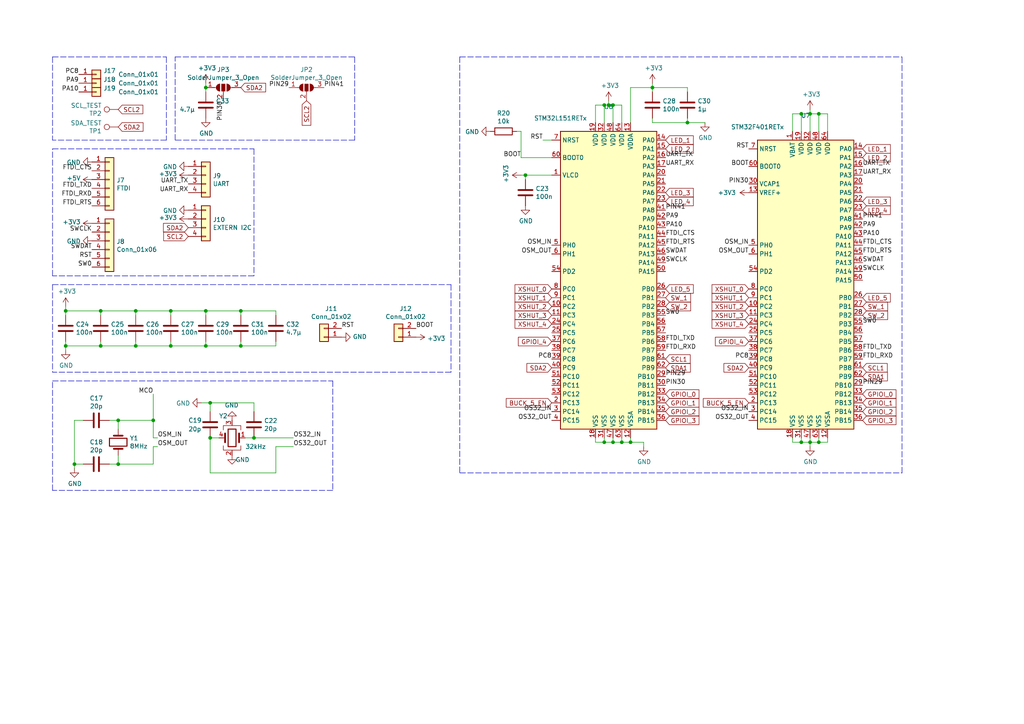
<source format=kicad_sch>
(kicad_sch (version 20211123) (generator eeschema)
  (paper "A4")
  (title_block (title "MCU") (date "2022-03-04") (rev "V0.1") (company "AP Hogeschool & ED&A"))
  (lib_symbols
    (symbol "Connector:TestPoint" (pin_numbers hide) (pin_names (offset 0.762) hide)
      (property "Reference" "TP" (at 0 6.858 0))
      (property "Value" "TestPoint" (at 0 5.08 0))
      (symbol "TestPoint_0_1"
        (circle (center 0 3.302) (radius 0.762))
      )
      (symbol "TestPoint_1_1"
        (pin passive line (at 0 0 90) (length 2.54) (name "1") (number "1"))
      )
    )
    (symbol "Connector_Generic:Conn_01x01" (pin_names (offset 1.016) hide)
      (property "Reference" "J" (at 0 2.54 0))
      (property "Value" "Conn_01x01" (at 0 -2.54 0))
      (symbol "Conn_01x01_1_1"
        (rectangle (start -1.27 0.127) (end 0 -0.127) (stroke (width 0.1524)))
        (rectangle (start -1.27 1.27) (end 1.27 -1.27) (stroke (width 0.254)) (fill (type background)))
        (pin passive line (at -5.08 0 0) (length 3.81) (name "Pin_1") (number "1"))
      )
    )
    (symbol "Connector_Generic:Conn_01x02" (pin_names (offset 1.016) hide)
      (property "Reference" "J" (at 0 2.54 0))
      (property "Value" "Conn_01x02" (at 0 -5.08 0))
      (symbol "Conn_01x02_1_1"
        (rectangle (start -1.27 -2.413) (end 0 -2.667) (stroke (width 0.1524)))
        (rectangle (start -1.27 0.127) (end 0 -0.127) (stroke (width 0.1524)))
        (rectangle (start -1.27 1.27) (end 1.27 -3.81) (stroke (width 0.254)) (fill (type background)))
        (pin passive line (at -5.08 0 0) (length 3.81) (name "Pin_1") (number "1"))
        (pin passive line (at -5.08 -2.54 0) (length 3.81) (name "Pin_2") (number "2"))
      )
    )
    (symbol "Connector_Generic:Conn_01x04" (pin_names (offset 1.016) hide)
      (property "Reference" "J" (at 0 5.08 0))
      (property "Value" "Conn_01x04" (at 0 -7.62 0))
      (symbol "Conn_01x04_1_1"
        (rectangle (start -1.27 -4.953) (end 0 -5.207) (stroke (width 0.1524)))
        (rectangle (start -1.27 -2.413) (end 0 -2.667) (stroke (width 0.1524)))
        (rectangle (start -1.27 0.127) (end 0 -0.127) (stroke (width 0.1524)))
        (rectangle (start -1.27 2.667) (end 0 2.413) (stroke (width 0.1524)))
        (rectangle (start -1.27 3.81) (end 1.27 -6.35) (stroke (width 0.254)) (fill (type background)))
        (pin passive line (at -5.08 2.54 0) (length 3.81) (name "Pin_1") (number "1"))
        (pin passive line (at -5.08 0 0) (length 3.81) (name "Pin_2") (number "2"))
        (pin passive line (at -5.08 -2.54 0) (length 3.81) (name "Pin_3") (number "3"))
        (pin passive line (at -5.08 -5.08 0) (length 3.81) (name "Pin_4") (number "4"))
      )
    )
    (symbol "Connector_Generic:Conn_01x06" (pin_names (offset 1.016) hide)
      (property "Reference" "J" (at 0 7.62 0))
      (property "Value" "Conn_01x06" (at 0 -10.16 0))
      (symbol "Conn_01x06_1_1"
        (rectangle (start -1.27 -7.493) (end 0 -7.747) (stroke (width 0.1524)))
        (rectangle (start -1.27 -4.953) (end 0 -5.207) (stroke (width 0.1524)))
        (rectangle (start -1.27 -2.413) (end 0 -2.667) (stroke (width 0.1524)))
        (rectangle (start -1.27 0.127) (end 0 -0.127) (stroke (width 0.1524)))
        (rectangle (start -1.27 2.667) (end 0 2.413) (stroke (width 0.1524)))
        (rectangle (start -1.27 5.207) (end 0 4.953) (stroke (width 0.1524)))
        (rectangle (start -1.27 6.35) (end 1.27 -8.89) (stroke (width 0.254)) (fill (type background)))
        (pin passive line (at -5.08 5.08 0) (length 3.81) (name "Pin_1") (number "1"))
        (pin passive line (at -5.08 2.54 0) (length 3.81) (name "Pin_2") (number "2"))
        (pin passive line (at -5.08 0 0) (length 3.81) (name "Pin_3") (number "3"))
        (pin passive line (at -5.08 -2.54 0) (length 3.81) (name "Pin_4") (number "4"))
        (pin passive line (at -5.08 -5.08 0) (length 3.81) (name "Pin_5") (number "5"))
        (pin passive line (at -5.08 -7.62 0) (length 3.81) (name "Pin_6") (number "6"))
      )
    )
    (symbol "Device:C" (pin_numbers hide) (pin_names (offset 0.254))
      (property "Reference" "C" (at 0.635 2.54 0))
      (property "Value" "C" (at 0.635 -2.54 0))
      (symbol "C_0_1"
        (polyline (pts (xy -2.032 -0.762) (xy 2.032 -0.762)) (stroke (width 0.508)))
        (polyline (pts (xy -2.032 0.762) (xy 2.032 0.762)) (stroke (width 0.508)))
      )
      (symbol "C_1_1"
        (pin passive line (at 0 3.81 270) (length 2.794) (name "~") (number "1"))
        (pin passive line (at 0 -3.81 90) (length 2.794) (name "~") (number "2"))
      )
    )
    (symbol "Device:Crystal" (pin_numbers hide) (pin_names (offset 1.016) hide)
      (property "Reference" "Y" (at 0 3.81 0))
      (property "Value" "Crystal" (at 0 -3.81 0))
      (symbol "Crystal_0_1"
        (rectangle (start -1.143 2.54) (end 1.143 -2.54) (stroke (width 0.3048)))
        (polyline (pts (xy -2.54 0) (xy -1.905 0)))
        (polyline (pts (xy -1.905 -1.27) (xy -1.905 1.27)) (stroke (width 0.508)))
        (polyline (pts (xy 1.905 -1.27) (xy 1.905 1.27)) (stroke (width 0.508)))
        (polyline (pts (xy 2.54 0) (xy 1.905 0)))
      )
      (symbol "Crystal_1_1"
        (pin passive line (at -3.81 0 0) (length 1.27) (name "1") (number "1"))
        (pin passive line (at 3.81 0 180) (length 1.27) (name "2") (number "2"))
      )
    )
    (symbol "Device:Crystal_GND23" (pin_names (offset 1.016) hide)
      (property "Reference" "Y" (at 3.175 5.08 0))
      (property "Value" "Crystal_GND23" (at 3.175 3.175 0))
      (symbol "Crystal_GND23_0_1"
        (rectangle (start -1.143 2.54) (end 1.143 -2.54) (stroke (width 0.3048)))
        (polyline (pts (xy -2.54 0) (xy -2.032 0)))
        (polyline (pts (xy -2.032 -1.27) (xy -2.032 1.27)) (stroke (width 0.508)))
        (polyline (pts (xy 0 -3.81) (xy 0 -3.556)))
        (polyline (pts (xy 0 3.556) (xy 0 3.81)))
        (polyline (pts (xy 2.032 -1.27) (xy 2.032 1.27)) (stroke (width 0.508)))
        (polyline (pts (xy 2.032 0) (xy 2.54 0)))
        (polyline (pts (xy -2.54 -2.286) (xy -2.54 -3.556) (xy 2.54 -3.556) (xy 2.54 -2.286)))
        (polyline (pts (xy -2.54 2.286) (xy -2.54 3.556) (xy 2.54 3.556) (xy 2.54 2.286)))
      )
      (symbol "Crystal_GND23_1_1"
        (pin passive line (at -3.81 0 0) (length 1.27) (name "1") (number "1"))
        (pin passive line (at 0 5.08 270) (length 1.27) (name "2") (number "2"))
        (pin passive line (at 0 -5.08 90) (length 1.27) (name "3") (number "3"))
        (pin passive line (at 3.81 0 180) (length 1.27) (name "4") (number "4"))
      )
    )
    (symbol "Device:R" (pin_numbers hide) (pin_names (offset 0))
      (property "Reference" "R" (at 2.032 0 90))
      (property "Value" "R" (at 0 0 90))
      (symbol "R_0_1"
        (rectangle (start -1.016 -2.54) (end 1.016 2.54) (stroke (width 0.254)))
      )
      (symbol "R_1_1"
        (pin passive line (at 0 3.81 270) (length 1.27) (name "~") (number "1"))
        (pin passive line (at 0 -3.81 90) (length 1.27) (name "~") (number "2"))
      )
    )
    (symbol "Jumper:SolderJumper_3_Open" (pin_names (offset 0) hide)
      (property "Reference" "JP" (at -2.54 -2.54 0))
      (property "Value" "SolderJumper_3_Open" (at 0 2.794 0))
      (symbol "SolderJumper_3_Open_0_1"
        (arc (start -1.016 1.016) (mid -2.032 0) (end -1.016 -1.016))
        (arc (start -1.016 1.016) (mid -2.032 0) (end -1.016 -1.016) (fill (type outline)))
        (rectangle (start -0.508 1.016) (end 0.508 -1.016) (fill (type outline)))
        (polyline (pts (xy -2.54 0) (xy -2.032 0)))
        (polyline (pts (xy -1.016 1.016) (xy -1.016 -1.016)))
        (polyline (pts (xy 0 -1.27) (xy 0 -1.016)))
        (polyline (pts (xy 1.016 1.016) (xy 1.016 -1.016)))
        (polyline (pts (xy 2.54 0) (xy 2.032 0)))
        (arc (start 1.016 -1.016) (mid 2.032 0) (end 1.016 1.016))
        (arc (start 1.016 -1.016) (mid 2.032 0) (end 1.016 1.016) (fill (type outline)))
      )
      (symbol "SolderJumper_3_Open_1_1"
        (pin passive line (at -5.08 0 0) (length 2.54) (name "A") (number "1"))
        (pin passive line (at 0 -3.81 90) (length 2.54) (name "C") (number "2"))
        (pin passive line (at 5.08 0 180) (length 2.54) (name "B") (number "3"))
      )
    )
    (symbol "MCU_ST_STM32F4:STM32F401RETx"
      (property "Reference" "U" (at -15.24 41.91 0))
      (property "Value" "STM32F401RETx" (at 7.62 41.91 0))
      (symbol "STM32F401RETx_0_1"
        (rectangle (start -15.24 -43.18) (end 12.7 40.64) (stroke (width 0.254)) (fill (type background)))
      )
      (symbol "STM32F401RETx_1_1"
        (pin power_in line (at -5.08 43.18 270) (length 2.54) (name "VBAT") (number "1"))
        (pin bidirectional line (at -17.78 -7.62 0) (length 2.54) (name "PC2") (number "10"))
        (pin bidirectional line (at -17.78 -10.16 0) (length 2.54) (name "PC3") (number "11"))
        (pin power_in line (at 5.08 -45.72 90) (length 2.54) (name "VSSA") (number "12"))
        (pin power_in line (at -17.78 25.4 0) (length 2.54) (name "VREF+") (number "13"))
        (pin bidirectional line (at 15.24 38.1 180) (length 2.54) (name "PA0") (number "14"))
        (pin bidirectional line (at 15.24 35.56 180) (length 2.54) (name "PA1") (number "15"))
        (pin bidirectional line (at 15.24 33.02 180) (length 2.54) (name "PA2") (number "16"))
        (pin bidirectional line (at 15.24 30.48 180) (length 2.54) (name "PA3") (number "17"))
        (pin power_in line (at -5.08 -45.72 90) (length 2.54) (name "VSS") (number "18"))
        (pin power_in line (at -2.54 43.18 270) (length 2.54) (name "VDD") (number "19"))
        (pin bidirectional line (at -17.78 -35.56 0) (length 2.54) (name "PC13") (number "2"))
        (pin bidirectional line (at 15.24 27.94 180) (length 2.54) (name "PA4") (number "20"))
        (pin bidirectional line (at 15.24 25.4 180) (length 2.54) (name "PA5") (number "21"))
        (pin bidirectional line (at 15.24 22.86 180) (length 2.54) (name "PA6") (number "22"))
        (pin bidirectional line (at 15.24 20.32 180) (length 2.54) (name "PA7") (number "23"))
        (pin bidirectional line (at -17.78 -12.7 0) (length 2.54) (name "PC4") (number "24"))
        (pin bidirectional line (at -17.78 -15.24 0) (length 2.54) (name "PC5") (number "25"))
        (pin bidirectional line (at 15.24 -5.08 180) (length 2.54) (name "PB0") (number "26"))
        (pin bidirectional line (at 15.24 -7.62 180) (length 2.54) (name "PB1") (number "27"))
        (pin bidirectional line (at 15.24 -10.16 180) (length 2.54) (name "PB2") (number "28"))
        (pin bidirectional line (at 15.24 -30.48 180) (length 2.54) (name "PB10") (number "29"))
        (pin bidirectional line (at -17.78 -38.1 0) (length 2.54) (name "PC14") (number "3"))
        (pin power_in line (at -17.78 27.94 0) (length 2.54) (name "VCAP1") (number "30"))
        (pin power_in line (at -2.54 -45.72 90) (length 2.54) (name "VSS") (number "31"))
        (pin power_in line (at 0 43.18 270) (length 2.54) (name "VDD") (number "32"))
        (pin bidirectional line (at 15.24 -33.02 180) (length 2.54) (name "PB12") (number "33"))
        (pin bidirectional line (at 15.24 -35.56 180) (length 2.54) (name "PB13") (number "34"))
        (pin bidirectional line (at 15.24 -38.1 180) (length 2.54) (name "PB14") (number "35"))
        (pin bidirectional line (at 15.24 -40.64 180) (length 2.54) (name "PB15") (number "36"))
        (pin bidirectional line (at -17.78 -17.78 0) (length 2.54) (name "PC6") (number "37"))
        (pin bidirectional line (at -17.78 -20.32 0) (length 2.54) (name "PC7") (number "38"))
        (pin bidirectional line (at -17.78 -22.86 0) (length 2.54) (name "PC8") (number "39"))
        (pin bidirectional line (at -17.78 -40.64 0) (length 2.54) (name "PC15") (number "4"))
        (pin bidirectional line (at -17.78 -25.4 0) (length 2.54) (name "PC9") (number "40"))
        (pin bidirectional line (at 15.24 17.78 180) (length 2.54) (name "PA8") (number "41"))
        (pin bidirectional line (at 15.24 15.24 180) (length 2.54) (name "PA9") (number "42"))
        (pin bidirectional line (at 15.24 12.7 180) (length 2.54) (name "PA10") (number "43"))
        (pin bidirectional line (at 15.24 10.16 180) (length 2.54) (name "PA11") (number "44"))
        (pin bidirectional line (at 15.24 7.62 180) (length 2.54) (name "PA12") (number "45"))
        (pin bidirectional line (at 15.24 5.08 180) (length 2.54) (name "PA13") (number "46"))
        (pin power_in line (at 0 -45.72 90) (length 2.54) (name "VSS") (number "47"))
        (pin power_in line (at 2.54 43.18 270) (length 2.54) (name "VDD") (number "48"))
        (pin bidirectional line (at 15.24 2.54 180) (length 2.54) (name "PA14") (number "49"))
        (pin input line (at -17.78 10.16 0) (length 2.54) (name "PH0") (number "5"))
        (pin bidirectional line (at 15.24 0 180) (length 2.54) (name "PA15") (number "50"))
        (pin bidirectional line (at -17.78 -27.94 0) (length 2.54) (name "PC10") (number "51"))
        (pin bidirectional line (at -17.78 -30.48 0) (length 2.54) (name "PC11") (number "52"))
        (pin bidirectional line (at -17.78 -33.02 0) (length 2.54) (name "PC12") (number "53"))
        (pin bidirectional line (at -17.78 2.54 0) (length 2.54) (name "PD2") (number "54"))
        (pin bidirectional line (at 15.24 -12.7 180) (length 2.54) (name "PB3") (number "55"))
        (pin bidirectional line (at 15.24 -15.24 180) (length 2.54) (name "PB4") (number "56"))
        (pin bidirectional line (at 15.24 -17.78 180) (length 2.54) (name "PB5") (number "57"))
        (pin bidirectional line (at 15.24 -20.32 180) (length 2.54) (name "PB6") (number "58"))
        (pin bidirectional line (at 15.24 -22.86 180) (length 2.54) (name "PB7") (number "59"))
        (pin input line (at -17.78 7.62 0) (length 2.54) (name "PH1") (number "6"))
        (pin input line (at -17.78 33.02 0) (length 2.54) (name "BOOT0") (number "60"))
        (pin bidirectional line (at 15.24 -25.4 180) (length 2.54) (name "PB8") (number "61"))
        (pin bidirectional line (at 15.24 -27.94 180) (length 2.54) (name "PB9") (number "62"))
        (pin power_in line (at 2.54 -45.72 90) (length 2.54) (name "VSS") (number "63"))
        (pin power_in line (at 5.08 43.18 270) (length 2.54) (name "VDD") (number "64"))
        (pin input line (at -17.78 38.1 0) (length 2.54) (name "NRST") (number "7"))
        (pin bidirectional line (at -17.78 -2.54 0) (length 2.54) (name "PC0") (number "8"))
        (pin bidirectional line (at -17.78 -5.08 0) (length 2.54) (name "PC1") (number "9"))
      )
    )
    (symbol "MCU_ST_STM32L1:STM32L151RETx"
      (property "Reference" "U" (at -15.24 44.45 0))
      (property "Value" "STM32L151RETx" (at 7.62 44.45 0))
      (symbol "STM32L151RETx_0_1"
        (rectangle (start -15.24 -43.18) (end 12.7 43.18) (stroke (width 0.254)) (fill (type background)))
      )
      (symbol "STM32L151RETx_1_1"
        (pin power_in line (at -17.78 30.48 0) (length 2.54) (name "VLCD") (number "1"))
        (pin bidirectional line (at -17.78 -7.62 0) (length 2.54) (name "PC2") (number "10"))
        (pin bidirectional line (at -17.78 -10.16 0) (length 2.54) (name "PC3") (number "11"))
        (pin power_in line (at 5.08 -45.72 90) (length 2.54) (name "VSSA") (number "12"))
        (pin power_in line (at 5.08 45.72 270) (length 2.54) (name "VDDA") (number "13"))
        (pin bidirectional line (at 15.24 40.64 180) (length 2.54) (name "PA0") (number "14"))
        (pin bidirectional line (at 15.24 38.1 180) (length 2.54) (name "PA1") (number "15"))
        (pin bidirectional line (at 15.24 35.56 180) (length 2.54) (name "PA2") (number "16"))
        (pin bidirectional line (at 15.24 33.02 180) (length 2.54) (name "PA3") (number "17"))
        (pin power_in line (at -5.08 -45.72 90) (length 2.54) (name "VSS") (number "18"))
        (pin power_in line (at -5.08 45.72 270) (length 2.54) (name "VDD") (number "19"))
        (pin bidirectional line (at -17.78 -35.56 0) (length 2.54) (name "PC13") (number "2"))
        (pin bidirectional line (at 15.24 30.48 180) (length 2.54) (name "PA4") (number "20"))
        (pin bidirectional line (at 15.24 27.94 180) (length 2.54) (name "PA5") (number "21"))
        (pin bidirectional line (at 15.24 25.4 180) (length 2.54) (name "PA6") (number "22"))
        (pin bidirectional line (at 15.24 22.86 180) (length 2.54) (name "PA7") (number "23"))
        (pin bidirectional line (at -17.78 -12.7 0) (length 2.54) (name "PC4") (number "24"))
        (pin bidirectional line (at -17.78 -15.24 0) (length 2.54) (name "PC5") (number "25"))
        (pin bidirectional line (at 15.24 -2.54 180) (length 2.54) (name "PB0") (number "26"))
        (pin bidirectional line (at 15.24 -5.08 180) (length 2.54) (name "PB1") (number "27"))
        (pin bidirectional line (at 15.24 -7.62 180) (length 2.54) (name "PB2") (number "28"))
        (pin bidirectional line (at 15.24 -27.94 180) (length 2.54) (name "PB10") (number "29"))
        (pin bidirectional line (at -17.78 -38.1 0) (length 2.54) (name "PC14") (number "3"))
        (pin bidirectional line (at 15.24 -30.48 180) (length 2.54) (name "PB11") (number "30"))
        (pin power_in line (at -2.54 -45.72 90) (length 2.54) (name "VSS") (number "31"))
        (pin power_in line (at -2.54 45.72 270) (length 2.54) (name "VDD") (number "32"))
        (pin bidirectional line (at 15.24 -33.02 180) (length 2.54) (name "PB12") (number "33"))
        (pin bidirectional line (at 15.24 -35.56 180) (length 2.54) (name "PB13") (number "34"))
        (pin bidirectional line (at 15.24 -38.1 180) (length 2.54) (name "PB14") (number "35"))
        (pin bidirectional line (at 15.24 -40.64 180) (length 2.54) (name "PB15") (number "36"))
        (pin bidirectional line (at -17.78 -17.78 0) (length 2.54) (name "PC6") (number "37"))
        (pin bidirectional line (at -17.78 -20.32 0) (length 2.54) (name "PC7") (number "38"))
        (pin bidirectional line (at -17.78 -22.86 0) (length 2.54) (name "PC8") (number "39"))
        (pin bidirectional line (at -17.78 -40.64 0) (length 2.54) (name "PC15") (number "4"))
        (pin bidirectional line (at -17.78 -25.4 0) (length 2.54) (name "PC9") (number "40"))
        (pin bidirectional line (at 15.24 20.32 180) (length 2.54) (name "PA8") (number "41"))
        (pin bidirectional line (at 15.24 17.78 180) (length 2.54) (name "PA9") (number "42"))
        (pin bidirectional line (at 15.24 15.24 180) (length 2.54) (name "PA10") (number "43"))
        (pin bidirectional line (at 15.24 12.7 180) (length 2.54) (name "PA11") (number "44"))
        (pin bidirectional line (at 15.24 10.16 180) (length 2.54) (name "PA12") (number "45"))
        (pin bidirectional line (at 15.24 7.62 180) (length 2.54) (name "PA13") (number "46"))
        (pin power_in line (at 0 -45.72 90) (length 2.54) (name "VSS") (number "47"))
        (pin power_in line (at 0 45.72 270) (length 2.54) (name "VDD") (number "48"))
        (pin bidirectional line (at 15.24 5.08 180) (length 2.54) (name "PA14") (number "49"))
        (pin input line (at -17.78 10.16 0) (length 2.54) (name "PH0") (number "5"))
        (pin bidirectional line (at 15.24 2.54 180) (length 2.54) (name "PA15") (number "50"))
        (pin bidirectional line (at -17.78 -27.94 0) (length 2.54) (name "PC10") (number "51"))
        (pin bidirectional line (at -17.78 -30.48 0) (length 2.54) (name "PC11") (number "52"))
        (pin bidirectional line (at -17.78 -33.02 0) (length 2.54) (name "PC12") (number "53"))
        (pin bidirectional line (at -17.78 2.54 0) (length 2.54) (name "PD2") (number "54"))
        (pin bidirectional line (at 15.24 -10.16 180) (length 2.54) (name "PB3") (number "55"))
        (pin bidirectional line (at 15.24 -12.7 180) (length 2.54) (name "PB4") (number "56"))
        (pin bidirectional line (at 15.24 -15.24 180) (length 2.54) (name "PB5") (number "57"))
        (pin bidirectional line (at 15.24 -17.78 180) (length 2.54) (name "PB6") (number "58"))
        (pin bidirectional line (at 15.24 -20.32 180) (length 2.54) (name "PB7") (number "59"))
        (pin input line (at -17.78 7.62 0) (length 2.54) (name "PH1") (number "6"))
        (pin input line (at -17.78 35.56 0) (length 2.54) (name "BOOT0") (number "60"))
        (pin bidirectional line (at 15.24 -22.86 180) (length 2.54) (name "PB8") (number "61"))
        (pin bidirectional line (at 15.24 -25.4 180) (length 2.54) (name "PB9") (number "62"))
        (pin power_in line (at 2.54 -45.72 90) (length 2.54) (name "VSS") (number "63"))
        (pin power_in line (at 2.54 45.72 270) (length 2.54) (name "VDD") (number "64"))
        (pin input line (at -17.78 40.64 0) (length 2.54) (name "NRST") (number "7"))
        (pin bidirectional line (at -17.78 -2.54 0) (length 2.54) (name "PC0") (number "8"))
        (pin bidirectional line (at -17.78 -5.08 0) (length 2.54) (name "PC1") (number "9"))
      )
    )
    (symbol "power:+3.3V" (power) (pin_names (offset 0))
      (property "Value" "+3.3V" (at 0 3.556 0))
      (symbol "+3.3V_0_1"
        (polyline (pts (xy -0.762 1.27) (xy 0 2.54)))
        (polyline (pts (xy 0 0) (xy 0 2.54)))
        (polyline (pts (xy 0 2.54) (xy 0.762 1.27)))
      )
      (symbol "+3.3V_1_1"
        (pin power_in line (at 0 0 90) (length 0) hide (name "+3V3") (number "1"))
      )
    )
    (symbol "power:+5V" (power) (pin_names (offset 0))
      (property "Value" "+5V" (at 0 3.556 0))
      (symbol "+5V_0_1"
        (polyline (pts (xy -0.762 1.27) (xy 0 2.54)))
        (polyline (pts (xy 0 0) (xy 0 2.54)))
        (polyline (pts (xy 0 2.54) (xy 0.762 1.27)))
      )
      (symbol "+5V_1_1"
        (pin power_in line (at 0 0 90) (length 0) hide (name "+5V") (number "1"))
      )
    )
    (symbol "power:GND" (power) (pin_names (offset 0))
      (property "Value" "GND" (at 0 -3.81 0))
      (symbol "GND_0_1"
        (polyline (pts (xy 0 0) (xy 0 -1.27) (xy 1.27 -1.27) (xy 0 -2.54) (xy -1.27 -1.27) (xy 0 -1.27)))
      )
      (symbol "GND_1_1"
        (pin power_in line (at 0 0 270) (length 0) hide (name "GND") (number "1"))
      )
    )
  )
  (junction (at 232.41 128.27))
  (junction (at 39.37 90.17))
  (junction (at 69.85 90.17))
  (junction (at 69.85 100.33))
  (junction (at 29.21 100.33))
  (junction (at 29.21 90.17))
  (junction (at 34.29 134.62))
  (junction (at 189.23 25.4))
  (junction (at 59.69 25.4))
  (junction (at 49.53 90.17))
  (junction (at 59.69 90.17))
  (junction (at 49.53 100.33))
  (junction (at 177.8 30.48))
  (junction (at 234.95 128.27))
  (junction (at 44.45 121.92))
  (junction (at 232.41 33.02))
  (junction (at 199.39 35.56))
  (junction (at 152.4 50.8))
  (junction (at 237.49 128.27))
  (junction (at 237.49 33.02))
  (junction (at 59.69 100.33))
  (junction (at 175.26 30.48))
  (junction (at 177.8 128.27))
  (junction (at 34.29 121.92))
  (junction (at 21.59 134.62))
  (junction (at 234.95 33.02))
  (junction (at 176.53 30.48))
  (junction (at 19.05 90.17))
  (junction (at 60.96 116.84))
  (junction (at 39.37 100.33))
  (junction (at 175.26 128.27))
  (junction (at 60.96 127))
  (junction (at 180.34 128.27))
  (junction (at 73.66 127))
  (junction (at 19.05 100.33))
  (junction (at 182.88 128.27))
  (wire (pts (xy 59.69 100.33) (xy 49.53 100.33)))
  (wire (pts (xy 234.95 33.02) (xy 237.49 33.02)))
  (wire (pts (xy 44.45 114.3) (xy 44.45 121.92)))
  (wire (pts (xy 39.37 99.06) (xy 39.37 100.33)))
  (wire (pts (xy 232.41 127) (xy 232.41 128.27)))
  (wire (pts (xy 177.8 35.56) (xy 177.8 30.48)))
  (wire (pts (xy 151.13 50.8) (xy 152.4 50.8)))
  (wire (pts (xy 176.53 29.21) (xy 176.53 30.48)))
  (polyline (pts (xy 73.66 43.18) (xy 73.66 80.01)))
  (wire (pts (xy 199.39 25.4) (xy 189.23 25.4)))
  (wire (pts (xy 172.72 127) (xy 172.72 128.27)))
  (wire (pts (xy 19.05 100.33) (xy 29.21 100.33)))
  (wire (pts (xy 59.69 24.13) (xy 59.69 25.4)))
  (polyline (pts (xy 130.81 107.95) (xy 15.24 107.95)))
  (wire (pts (xy 175.26 30.48) (xy 172.72 30.48)))
  (wire (pts (xy 19.05 90.17) (xy 19.05 91.44)))
  (wire (pts (xy 175.26 128.27) (xy 177.8 128.27)))
  (wire (pts (xy 73.66 116.84) (xy 73.66 119.38)))
  (wire (pts (xy 39.37 91.44) (xy 39.37 90.17)))
  (wire (pts (xy 175.26 127) (xy 175.26 128.27)))
  (wire (pts (xy 59.69 90.17) (xy 49.53 90.17)))
  (polyline (pts (xy 15.24 43.18) (xy 73.66 43.18)))
  (wire (pts (xy 172.72 30.48) (xy 172.72 35.56)))
  (wire (pts (xy 59.69 100.33) (xy 59.69 99.06)))
  (wire (pts (xy 177.8 127) (xy 177.8 128.27)))
  (wire (pts (xy 19.05 88.9) (xy 19.05 90.17)))
  (wire (pts (xy 80.01 99.06) (xy 80.01 100.33)))
  (wire (pts (xy 58.42 116.84) (xy 60.96 116.84)))
  (wire (pts (xy 175.26 35.56) (xy 175.26 30.48)))
  (wire (pts (xy 60.96 127) (xy 63.5 127)))
  (wire (pts (xy 59.69 91.44) (xy 59.69 90.17)))
  (wire (pts (xy 229.87 128.27) (xy 232.41 128.27)))
  (wire (pts (xy 19.05 90.17) (xy 29.21 90.17)))
  (wire (pts (xy 29.21 100.33) (xy 39.37 100.33)))
  (polyline (pts (xy 48.26 16.51) (xy 48.26 40.64)))
  (wire (pts (xy 24.13 134.62) (xy 21.59 134.62)))
  (polyline (pts (xy 48.26 40.64) (xy 15.24 40.64)))
  (wire (pts (xy 44.45 127) (xy 45.72 127)))
  (wire (pts (xy 199.39 34.29) (xy 199.39 35.56)))
  (wire (pts (xy 189.23 25.4) (xy 182.88 25.4)))
  (wire (pts (xy 151.13 38.1) (xy 149.86 38.1)))
  (wire (pts (xy 229.87 33.02) (xy 232.41 33.02)))
  (wire (pts (xy 229.87 127) (xy 229.87 128.27)))
  (wire (pts (xy 29.21 91.44) (xy 29.21 90.17)))
  (wire (pts (xy 240.03 38.1) (xy 240.03 33.02)))
  (wire (pts (xy 71.12 127) (xy 73.66 127)))
  (wire (pts (xy 21.59 121.92) (xy 21.59 134.62)))
  (wire (pts (xy 80.01 129.54) (xy 80.01 137.16)))
  (polyline (pts (xy 15.24 16.51) (xy 48.26 16.51)))
  (wire (pts (xy 85.09 129.54) (xy 80.01 129.54)))
  (wire (pts (xy 19.05 100.33) (xy 19.05 101.6)))
  (wire (pts (xy 80.01 90.17) (xy 69.85 90.17)))
  (wire (pts (xy 69.85 100.33) (xy 59.69 100.33)))
  (wire (pts (xy 189.23 35.56) (xy 199.39 35.56)))
  (wire (pts (xy 69.85 100.33) (xy 69.85 99.06)))
  (polyline (pts (xy 102.87 16.51) (xy 102.87 40.64)))
  (wire (pts (xy 180.34 30.48) (xy 177.8 30.48)))
  (polyline (pts (xy 15.24 82.55) (xy 15.24 107.95)))
  (polyline (pts (xy 15.24 82.55) (xy 130.81 82.55)))
  (wire (pts (xy 199.39 26.67) (xy 199.39 25.4)))
  (wire (pts (xy 177.8 30.48) (xy 176.53 30.48)))
  (wire (pts (xy 176.53 30.48) (xy 175.26 30.48)))
  (wire (pts (xy 160.02 40.64) (xy 157.48 40.64)))
  (polyline (pts (xy 261.62 137.16) (xy 261.62 16.51)))
  (polyline (pts (xy 15.24 110.49) (xy 96.52 110.49)))
  (wire (pts (xy 60.96 116.84) (xy 73.66 116.84)))
  (wire (pts (xy 237.49 33.02) (xy 237.49 38.1)))
  (polyline (pts (xy 15.24 80.01) (xy 15.24 43.18)))
  (wire (pts (xy 80.01 137.16) (xy 60.96 137.16)))
  (wire (pts (xy 73.66 127) (xy 85.09 127)))
  (polyline (pts (xy 133.35 137.16) (xy 261.62 137.16)))
  (wire (pts (xy 152.4 50.8) (xy 152.4 52.07)))
  (polyline (pts (xy 73.66 80.01) (xy 15.24 80.01)))
  (polyline (pts (xy 96.52 110.49) (xy 96.52 142.24)))
  (wire (pts (xy 80.01 100.33) (xy 69.85 100.33)))
  (wire (pts (xy 189.23 24.13) (xy 189.23 25.4)))
  (wire (pts (xy 34.29 121.92) (xy 44.45 121.92)))
  (polyline (pts (xy 50.8 40.64) (xy 50.8 16.51)))
  (wire (pts (xy 60.96 116.84) (xy 60.96 119.38)))
  (wire (pts (xy 160.02 45.72) (xy 151.13 45.72)))
  (wire (pts (xy 182.88 127) (xy 182.88 128.27)))
  (wire (pts (xy 172.72 128.27) (xy 175.26 128.27)))
  (wire (pts (xy 232.41 128.27) (xy 234.95 128.27)))
  (wire (pts (xy 180.34 128.27) (xy 182.88 128.27)))
  (wire (pts (xy 34.29 132.08) (xy 34.29 134.62)))
  (wire (pts (xy 189.23 34.29) (xy 189.23 35.56)))
  (wire (pts (xy 69.85 91.44) (xy 69.85 90.17)))
  (wire (pts (xy 49.53 99.06) (xy 49.53 100.33)))
  (wire (pts (xy 60.96 137.16) (xy 60.96 127)))
  (wire (pts (xy 234.95 31.75) (xy 234.95 33.02)))
  (polyline (pts (xy 102.87 40.64) (xy 50.8 40.64)))
  (polyline (pts (xy 96.52 142.24) (xy 15.24 142.24)))
  (wire (pts (xy 44.45 129.54) (xy 45.72 129.54)))
  (wire (pts (xy 44.45 127) (xy 44.45 121.92)))
  (wire (pts (xy 234.95 128.27) (xy 234.95 129.54)))
  (wire (pts (xy 151.13 45.72) (xy 151.13 38.1)))
  (wire (pts (xy 59.69 25.4) (xy 59.69 26.67)))
  (polyline (pts (xy 133.35 16.51) (xy 261.62 16.51)))
  (wire (pts (xy 186.69 129.54) (xy 186.69 128.27)))
  (wire (pts (xy 237.49 127) (xy 237.49 128.27)))
  (wire (pts (xy 31.75 121.92) (xy 34.29 121.92)))
  (wire (pts (xy 180.34 35.56) (xy 180.34 30.48)))
  (wire (pts (xy 39.37 90.17) (xy 49.53 90.17)))
  (polyline (pts (xy 133.35 16.51) (xy 133.35 137.16)))
  (polyline (pts (xy 15.24 142.24) (xy 15.24 110.49)))
  (wire (pts (xy 232.41 38.1) (xy 232.41 33.02)))
  (wire (pts (xy 180.34 127) (xy 180.34 128.27)))
  (wire (pts (xy 229.87 38.1) (xy 229.87 33.02)))
  (wire (pts (xy 39.37 100.33) (xy 49.53 100.33)))
  (wire (pts (xy 44.45 134.62) (xy 44.45 129.54)))
  (wire (pts (xy 29.21 90.17) (xy 39.37 90.17)))
  (wire (pts (xy 177.8 128.27) (xy 180.34 128.27)))
  (wire (pts (xy 24.13 121.92) (xy 21.59 121.92)))
  (polyline (pts (xy 130.81 82.55) (xy 130.81 107.95)))
  (wire (pts (xy 49.53 91.44) (xy 49.53 90.17)))
  (wire (pts (xy 19.05 99.06) (xy 19.05 100.33)))
  (wire (pts (xy 34.29 134.62) (xy 44.45 134.62)))
  (wire (pts (xy 34.29 121.92) (xy 34.29 124.46)))
  (wire (pts (xy 237.49 128.27) (xy 240.03 128.27)))
  (wire (pts (xy 234.95 127) (xy 234.95 128.27)))
  (wire (pts (xy 29.21 99.06) (xy 29.21 100.33)))
  (wire (pts (xy 21.59 134.62) (xy 21.59 135.89)))
  (wire (pts (xy 234.95 128.27) (xy 237.49 128.27)))
  (wire (pts (xy 152.4 50.8) (xy 160.02 50.8)))
  (wire (pts (xy 240.03 127) (xy 240.03 128.27)))
  (polyline (pts (xy 50.8 16.51) (xy 102.87 16.51)))
  (wire (pts (xy 234.95 33.02) (xy 234.95 38.1)))
  (wire (pts (xy 182.88 128.27) (xy 186.69 128.27)))
  (wire (pts (xy 34.29 134.62) (xy 31.75 134.62)))
  (wire (pts (xy 182.88 25.4) (xy 182.88 35.56)))
  (wire (pts (xy 199.39 35.56) (xy 204.47 35.56)))
  (wire (pts (xy 69.85 90.17) (xy 59.69 90.17)))
  (wire (pts (xy 189.23 26.67) (xy 189.23 25.4)))
  (wire (pts (xy 80.01 91.44) (xy 80.01 90.17)))
  (polyline (pts (xy 15.24 16.51) (xy 15.24 40.64)))
  (wire (pts (xy 232.41 33.02) (xy 234.95 33.02)))
  (wire (pts (xy 240.03 33.02) (xy 237.49 33.02)))
  (label "PIN29" (at 83.82 25.4 180))
  (label "OS32_OUT" (at 160.02 121.92 180))
  (label "FTDI_RXD" (at 250.19 104.14 0))
  (label "BOOT" (at 120.65 95.25 0))
  (label "RST" (at 26.67 74.93 180))
  (label "SWDAT" (at 193.04 73.66 0))
  (label "FTDI_CTS" (at 250.19 71.12 0))
  (label "UART_RX" (at 193.04 48.26 0))
  (label "OS32_OUT" (at 217.17 121.92 180))
  (label "OS32_OUT" (at 85.09 129.54 0))
  (label "UART_TX" (at 54.61 53.34 180))
  (label "OSM_IN" (at 45.72 127 0))
  (label "FTDI_CTS" (at 193.04 68.58 0))
  (label "MCO" (at 44.45 114.3 180))
  (label "FTDI_CTS" (at 26.67 49.53 180))
  (label "FTDI_TXD" (at 193.04 99.06 0))
  (label "SWCLK" (at 250.19 78.74 0))
  (label "PA10" (at 193.04 66.04 0))
  (label "FTDI_RTS" (at 26.67 59.69 180))
  (label "PIN41" (at 250.19 63.5 0))
  (label "FTDI_RXD" (at 26.67 57.15 180))
  (label "SWCLK" (at 193.04 76.2 0))
  (label "PA9" (at 193.04 63.5 0))
  (label "SWCLK" (at 26.67 67.31 180))
  (label "PA9" (at 250.19 66.04 0))
  (label "PA10" (at 250.19 68.58 0))
  (label "UART_TX" (at 250.19 48.26 0))
  (label "OSM_IN" (at 217.17 71.12 180))
  (label "PIN30" (at 193.04 111.76 0))
  (label "PC8" (at 217.17 104.14 180))
  (label "OSM_OUT" (at 45.72 129.54 0))
  (label "PIN29" (at 250.19 111.76 0))
  (label "BOOT" (at 217.17 48.26 180))
  (label "PIN30" (at 217.17 53.34 180))
  (label "FTDI_TXD" (at 26.67 54.61 180))
  (label "OS32_IN" (at 217.17 119.38 180))
  (label "PIN41" (at 193.04 60.96 0))
  (label "UART_RX" (at 250.19 50.8 0))
  (label "OS32_IN" (at 160.02 119.38 180))
  (label "RST" (at 99.06 95.25 0))
  (label "BOOT" (at 151.13 45.72 180))
  (label "FTDI_RTS" (at 193.04 71.12 0))
  (label "PC8" (at 160.02 104.14 180))
  (label "PA9" (at 22.86 24.13 180))
  (label "SW0" (at 193.04 91.44 0))
  (label "PIN29" (at 193.04 109.22 0))
  (label "UART_TX" (at 193.04 45.72 0))
  (label "PA10" (at 22.86 26.67 180))
  (label "FTDI_RXD" (at 193.04 101.6 0))
  (label "PIN30" (at 64.77 29.21 270))
  (label "PIN41" (at 93.98 25.4 0))
  (label "OSM_OUT" (at 217.17 73.66 180))
  (label "RST" (at 217.17 43.18 180))
  (label "RST" (at 157.48 40.64 180))
  (label "FTDI_RTS" (at 250.19 73.66 0))
  (label "SWDAT" (at 250.19 76.2 0))
  (label "UART_RX" (at 54.61 55.88 180))
  (label "OSM_IN" (at 160.02 71.12 180))
  (label "SW0" (at 26.67 77.47 180))
  (label "OSM_OUT" (at 160.02 73.66 180))
  (label "FTDI_TXD" (at 250.19 101.6 0))
  (label "PC8" (at 22.86 21.59 180))
  (label "SW0" (at 250.19 93.98 0))
  (label "SWDAT" (at 26.67 72.39 180))
  (label "OS32_IN" (at 85.09 127 0))
  (global_label "GPIOI_1" (shape input) (at 250.19 116.84 0) (property "Intersheet References" "${INTERSHEET_REFS}" (effects hide)))
  (global_label "XSHUT_0" (shape input) (at 160.02 83.82 180) (property "Intersheet References" "${INTERSHEET_REFS}" (effects hide)))
  (global_label "XSHUT_4" (shape input) (at 160.02 93.98 180) (property "Intersheet References" "${INTERSHEET_REFS}" (effects hide)))
  (global_label "SDA2" (shape input) (at 69.85 25.4 0) (property "Intersheet References" "${INTERSHEET_REFS}" (effects hide)))
  (global_label "BUCK_5_EN" (shape input) (at 160.02 116.84 180) (property "Intersheet References" "${INTERSHEET_REFS}" (effects hide)))
  (global_label "XSHUT_2" (shape input) (at 160.02 88.9 180) (property "Intersheet References" "${INTERSHEET_REFS}" (effects hide)))
  (global_label "LED_4" (shape input) (at 250.19 60.96 0) (property "Intersheet References" "${INTERSHEET_REFS}" (effects hide)))
  (global_label "LED_1" (shape input) (at 193.04 40.64 0) (property "Intersheet References" "${INTERSHEET_REFS}" (effects hide)))
  (global_label "GPIOI_0" (shape input) (at 250.19 114.3 0) (property "Intersheet References" "${INTERSHEET_REFS}" (effects hide)))
  (global_label "XSHUT_2" (shape input) (at 217.17 88.9 180) (property "Intersheet References" "${INTERSHEET_REFS}" (effects hide)))
  (global_label "GPIOI_0" (shape input) (at 193.04 114.3 0) (property "Intersheet References" "${INTERSHEET_REFS}" (effects hide)))
  (global_label "GPIOI_2" (shape input) (at 193.04 119.38 0) (property "Intersheet References" "${INTERSHEET_REFS}" (effects hide)))
  (global_label "GPIOI_2" (shape input) (at 250.19 119.38 0) (property "Intersheet References" "${INTERSHEET_REFS}" (effects hide)))
  (global_label "GPIOI_4" (shape input) (at 160.02 99.06 180) (property "Intersheet References" "${INTERSHEET_REFS}" (effects hide)))
  (global_label "LED_2" (shape input) (at 193.04 43.18 0) (property "Intersheet References" "${INTERSHEET_REFS}" (effects hide)))
  (global_label "XSHUT_1" (shape input) (at 217.17 86.36 180) (property "Intersheet References" "${INTERSHEET_REFS}" (effects hide)))
  (global_label "SCL1" (shape input) (at 250.19 106.68 0) (property "Intersheet References" "${INTERSHEET_REFS}" (effects hide)))
  (global_label "SDA2" (shape input) (at 54.61 66.04 180) (property "Intersheet References" "${INTERSHEET_REFS}" (effects hide)))
  (global_label "BUCK_5_EN" (shape input) (at 217.17 116.84 180) (property "Intersheet References" "${INTERSHEET_REFS}" (effects hide)))
  (global_label "GPIOI_3" (shape input) (at 193.04 121.92 0) (property "Intersheet References" "${INTERSHEET_REFS}" (effects hide)))
  (global_label "LED_2" (shape input) (at 250.19 45.72 0) (property "Intersheet References" "${INTERSHEET_REFS}" (effects hide)))
  (global_label "LED_3" (shape input) (at 250.19 58.42 0) (property "Intersheet References" "${INTERSHEET_REFS}" (effects hide)))
  (global_label "SDA2" (shape input) (at 34.29 36.83 0) (property "Intersheet References" "${INTERSHEET_REFS}" (effects hide)))
  (global_label "SDA1" (shape input) (at 193.04 106.68 0) (property "Intersheet References" "${INTERSHEET_REFS}" (effects hide)))
  (global_label "SCL2" (shape input) (at 54.61 68.58 180) (property "Intersheet References" "${INTERSHEET_REFS}" (effects hide)))
  (global_label "SW_1" (shape input) (at 193.04 86.36 0) (property "Intersheet References" "${INTERSHEET_REFS}" (effects hide)))
  (global_label "SW_1" (shape input) (at 250.19 88.9 0) (property "Intersheet References" "${INTERSHEET_REFS}" (effects hide)))
  (global_label "LED_1" (shape input) (at 250.19 43.18 0) (property "Intersheet References" "${INTERSHEET_REFS}" (effects hide)))
  (global_label "GPIOI_3" (shape input) (at 250.19 121.92 0) (property "Intersheet References" "${INTERSHEET_REFS}" (effects hide)))
  (global_label "XSHUT_4" (shape input) (at 217.17 93.98 180) (property "Intersheet References" "${INTERSHEET_REFS}" (effects hide)))
  (global_label "SW_2" (shape input) (at 250.19 91.44 0) (property "Intersheet References" "${INTERSHEET_REFS}" (effects hide)))
  (global_label "XSHUT_3" (shape input) (at 160.02 91.44 180) (property "Intersheet References" "${INTERSHEET_REFS}" (effects hide)))
  (global_label "XSHUT_1" (shape input) (at 160.02 86.36 180) (property "Intersheet References" "${INTERSHEET_REFS}" (effects hide)))
  (global_label "SDA2" (shape input) (at 217.17 106.68 180) (property "Intersheet References" "${INTERSHEET_REFS}" (effects hide)))
  (global_label "LED_4" (shape input) (at 193.04 58.42 0) (property "Intersheet References" "${INTERSHEET_REFS}" (effects hide)))
  (global_label "SCL2" (shape input) (at 88.9 29.21 270) (property "Intersheet References" "${INTERSHEET_REFS}" (effects hide)))
  (global_label "GPIOI_1" (shape input) (at 193.04 116.84 0) (property "Intersheet References" "${INTERSHEET_REFS}" (effects hide)))
  (global_label "SDA2" (shape input) (at 160.02 106.68 180) (property "Intersheet References" "${INTERSHEET_REFS}" (effects hide)))
  (global_label "GPIOI_4" (shape input) (at 217.17 99.06 180) (property "Intersheet References" "${INTERSHEET_REFS}" (effects hide)))
  (global_label "XSHUT_0" (shape input) (at 217.17 83.82 180) (property "Intersheet References" "${INTERSHEET_REFS}" (effects hide)))
  (global_label "SW_2" (shape input) (at 193.04 88.9 0) (property "Intersheet References" "${INTERSHEET_REFS}" (effects hide)))
  (global_label "SCL2" (shape input) (at 34.29 31.75 0) (property "Intersheet References" "${INTERSHEET_REFS}" (effects hide)))
  (global_label "SDA1" (shape input) (at 250.19 109.22 0) (property "Intersheet References" "${INTERSHEET_REFS}" (effects hide)))
  (global_label "LED_5" (shape input) (at 193.04 83.82 0) (property "Intersheet References" "${INTERSHEET_REFS}" (effects hide)))
  (global_label "XSHUT_3" (shape input) (at 217.17 91.44 180) (property "Intersheet References" "${INTERSHEET_REFS}" (effects hide)))
  (global_label "SCL1" (shape input) (at 193.04 104.14 0) (property "Intersheet References" "${INTERSHEET_REFS}" (effects hide)))
  (global_label "LED_3" (shape input) (at 193.04 55.88 0) (property "Intersheet References" "${INTERSHEET_REFS}" (effects hide)))
  (global_label "LED_5" (shape input) (at 250.19 86.36 0) (property "Intersheet References" "${INTERSHEET_REFS}" (effects hide)))
  (symbol (lib_id "Connector_Generic:Conn_01x01") (at 27.94 21.59 0) (unit 1)
    (property "Reference" "J17" (at 29.972 20.5232 0) (effects (justify left)))
    (property "Value" "Conn_01x01" (at 34.29 21.59 0) (effects (justify left)))
    (property "Footprint" "TestPoint:TestPoint_Pad_1.5x1.5mm" (effects hide))
  )
  (symbol (lib_id "Connector_Generic:Conn_01x01") (at 27.94 24.13 0) (unit 1)
    (property "Reference" "J18" (at 29.972 23.0632 0) (effects (justify left)))
    (property "Value" "Conn_01x01" (at 34.29 24.13 0) (effects (justify left)))
    (property "Footprint" "TestPoint:TestPoint_Pad_1.5x1.5mm" (effects hide))
  )
  (symbol (lib_id "Connector_Generic:Conn_01x01") (at 27.94 26.67 0) (unit 1)
    (property "Reference" "J19" (at 29.972 25.6032 0) (effects (justify left)))
    (property "Value" "Conn_01x01" (at 34.29 26.67 0) (effects (justify left)))
    (property "Footprint" "TestPoint:TestPoint_Pad_1.5x1.5mm" (effects hide))
  )
  (symbol (lib_id "power:GND") (at 152.4 59.69 0) (unit 1)
    (property "Reference" "#PWR072" (effects hide))
    (property "Value" "GND" (at 152.527 64.0842 0))
  )
  (symbol (lib_id "power:+3.3V") (at 151.13 50.8 90) (unit 1)
    (property "Reference" "#PWR071" (effects hide))
    (property "Value" "+3.3V" (at 146.7358 50.419 0))
  )
  (symbol (lib_id "Connector_Generic:Conn_01x06") (at 31.75 69.85 0) (unit 1)
    (property "Reference" "J8" (at 33.782 70.0532 0) (effects (justify left)))
    (property "Value" "Conn_01x06" (at 33.782 72.3646 0) (effects (justify left)))
    (property "Footprint" "Connector_PinHeader_2.54mm:PinHeader_1x06_P2.54mm_Vertical" (effects hide))
  )
  (symbol (lib_id "power:+3.3V") (at 26.67 64.77 90) (unit 1)
    (property "Reference" "#PWR0114" (effects hide))
    (property "Value" "+3.3V" (at 23.4188 64.389 90) (effects (justify left)))
  )
  (symbol (lib_id "power:GND") (at 26.67 69.85 270) (unit 1)
    (property "Reference" "#PWR0115" (effects hide))
    (property "Value" "GND" (at 23.4188 69.977 90) (effects (justify right)))
  )
  (symbol (lib_id "power:+3.3V") (at 19.05 88.9 0) (unit 1)
    (property "Reference" "#PWR073" (effects hide))
    (property "Value" "+3.3V" (at 19.431 84.5058 0))
  )
  (symbol (lib_id "Device:C") (at 29.21 95.25 0) (unit 1)
    (property "Reference" "C25" (at 32.131 94.0816 0) (effects (justify left)))
    (property "Value" "100n" (at 32.131 96.393 0) (effects (justify left)))
    (property "Footprint" "Capacitor_SMD:C_0603_1608Metric_Pad1.08x0.95mm_HandSolder" (effects hide))
  )
  (symbol (lib_id "Device:C") (at 39.37 95.25 0) (unit 1)
    (property "Reference" "C26" (at 42.291 94.0816 0) (effects (justify left)))
    (property "Value" "100n" (at 42.291 96.393 0) (effects (justify left)))
    (property "Footprint" "Capacitor_SMD:C_0603_1608Metric_Pad1.08x0.95mm_HandSolder" (effects hide))
  )
  (symbol (lib_id "power:+5V") (at 26.67 52.07 90) (unit 1)
    (property "Reference" "#PWR079" (effects hide))
    (property "Value" "+5V" (at 23.4188 51.689 90) (effects (justify left)))
  )
  (symbol (lib_id "Device:C") (at 59.69 95.25 0) (unit 1)
    (property "Reference" "C29" (at 62.611 94.0816 0) (effects (justify left)))
    (property "Value" "100n" (at 62.611 96.393 0) (effects (justify left)))
    (property "Footprint" "Capacitor_SMD:C_0603_1608Metric_Pad1.08x0.95mm_HandSolder" (effects hide))
  )
  (symbol (lib_id "power:+3.3V") (at 176.53 29.21 0) (unit 1)
    (property "Reference" "#PWR075" (effects hide))
    (property "Value" "+3.3V" (at 176.911 24.8158 0))
  )
  (symbol (lib_id "MCU_ST_STM32L1:STM32L151RETx") (at 177.8 81.28 0) (unit 1)
    (property "Reference" "U6" (at 176.53 30.9626 0))
    (property "Value" "STM32L151RETx" (at 162.56 34.29 0))
    (property "Footprint" "Package_QFP:LQFP-64_10x10mm_P0.5mm" (effects hide))
    (property "Datasheet" "http://www.st.com/st-web-ui/static/active/en/resource/technical/document/datasheet/DM00098321.pdf" (effects hide))
  )
  (symbol (lib_id "power:+3.3V") (at 189.23 24.13 0) (unit 1)
    (property "Reference" "#PWR077" (effects hide))
    (property "Value" "+3.3V" (at 189.611 19.7358 0))
  )
  (symbol (lib_id "Device:C") (at 189.23 30.48 0) (unit 1)
    (property "Reference" "C28" (at 192.151 29.3116 0) (effects (justify left)))
    (property "Value" "100n" (at 192.151 31.623 0) (effects (justify left)))
    (property "Footprint" "Capacitor_SMD:C_0603_1608Metric_Pad1.08x0.95mm_HandSolder" (effects hide))
  )
  (symbol (lib_id "Device:C") (at 199.39 30.48 0) (unit 1)
    (property "Reference" "C30" (at 202.311 29.3116 0) (effects (justify left)))
    (property "Value" "1µ" (at 202.311 31.623 0) (effects (justify left)))
    (property "Footprint" "Capacitor_SMD:C_0805_2012Metric_Pad1.18x1.45mm_HandSolder" (effects hide))
  )
  (symbol (lib_id "power:GND") (at 186.69 129.54 0) (unit 1)
    (property "Reference" "#PWR076" (effects hide))
    (property "Value" "GND" (at 186.817 133.9342 0))
  )
  (symbol (lib_id "Device:C") (at 19.05 95.25 0) (unit 1)
    (property "Reference" "C24" (at 21.971 94.0816 0) (effects (justify left)))
    (property "Value" "100n" (at 21.971 96.393 0) (effects (justify left)))
    (property "Footprint" "Capacitor_SMD:C_0603_1608Metric_Pad1.08x0.95mm_HandSolder" (effects hide))
  )
  (symbol (lib_id "power:GND") (at 19.05 101.6 0) (unit 1)
    (property "Reference" "#PWR074" (effects hide))
    (property "Value" "GND" (at 19.177 105.9942 0))
  )
  (symbol (lib_id "Connector_Generic:Conn_01x06") (at 31.75 52.07 0) (unit 1)
    (property "Reference" "J7" (at 33.782 52.2732 0) (effects (justify left)))
    (property "Value" "FTDI" (at 33.782 54.5846 0) (effects (justify left)))
    (property "Footprint" "Connector_PinHeader_2.54mm:PinHeader_1x06_P2.54mm_Vertical" (effects hide))
  )
  (symbol (lib_id "Device:C") (at 69.85 95.25 0) (unit 1)
    (property "Reference" "C31" (at 72.771 94.0816 0) (effects (justify left)))
    (property "Value" "100n" (at 72.771 96.393 0) (effects (justify left)))
    (property "Footprint" "Capacitor_SMD:C_0603_1608Metric_Pad1.08x0.95mm_HandSolder" (effects hide))
  )
  (symbol (lib_id "Device:C") (at 80.01 95.25 0) (unit 1)
    (property "Reference" "C32" (at 82.931 94.0816 0) (effects (justify left)))
    (property "Value" "4.7µ" (at 82.931 96.393 0) (effects (justify left)))
    (property "Footprint" "Capacitor_SMD:C_0805_2012Metric_Pad1.18x1.45mm_HandSolder" (effects hide))
  )
  (symbol (lib_id "Connector:TestPoint") (at 34.29 36.83 90) (unit 1)
    (property "Reference" "TP1" (at 29.5148 37.9984 90) (effects (justify left)))
    (property "Value" "SDA_TEST" (at 29.5148 35.687 90) (effects (justify left)))
    (property "Footprint" "TestPoint:TestPoint_Pad_1.0x1.0mm" (effects hide))
  )
  (symbol (lib_id "Connector:TestPoint") (at 34.29 31.75 90) (unit 1)
    (property "Reference" "TP2" (at 29.5148 32.9184 90) (effects (justify left)))
    (property "Value" "SCL_TEST" (at 29.5148 30.607 90) (effects (justify left)))
    (property "Footprint" "TestPoint:TestPoint_Pad_1.0x1.0mm" (effects hide))
  )
  (symbol (lib_id "Device:Crystal") (at 34.29 128.27 270) (unit 1)
    (property "Reference" "Y1" (at 37.6174 127.1016 90) (effects (justify left)))
    (property "Value" "8MHz" (at 37.6174 129.413 90) (effects (justify left)))
    (property "Footprint" "Crystal:Crystal_SMD_HC49-SD" (effects hide))
  )
  (symbol (lib_id "Device:C") (at 27.94 121.92 270) (unit 1)
    (property "Reference" "C17" (at 27.94 115.5192 90))
    (property "Value" "20p" (at 27.94 117.8306 90))
    (property "Footprint" "Capacitor_SMD:C_0805_2012Metric_Pad1.18x1.45mm_HandSolder" (effects hide))
  )
  (symbol (lib_id "power:GND") (at 58.42 116.84 270) (unit 1)
    (property "Reference" "#PWR069" (effects hide))
    (property "Value" "GND" (at 55.1688 116.967 90) (effects (justify right)))
  )
  (symbol (lib_id "Device:R") (at 146.05 38.1 270) (unit 1)
    (property "Reference" "R20" (at 146.05 32.8422 90))
    (property "Value" "10k" (at 146.05 35.1536 90))
    (property "Footprint" "Resistor_SMD:R_0805_2012Metric_Pad1.20x1.40mm_HandSolder" (effects hide))
  )
  (symbol (lib_id "power:GND") (at 142.24 38.1 270) (unit 1)
    (property "Reference" "#PWR070" (effects hide))
    (property "Value" "GND" (at 138.9888 38.227 90) (effects (justify right)))
  )
  (symbol (lib_id "Device:C") (at 27.94 134.62 270) (unit 1)
    (property "Reference" "C18" (at 27.94 128.2192 90))
    (property "Value" "20p" (at 27.94 130.5306 90))
    (property "Footprint" "Capacitor_SMD:C_0805_2012Metric_Pad1.18x1.45mm_HandSolder" (effects hide))
  )
  (symbol (lib_id "power:GND") (at 21.59 135.89 0) (unit 1)
    (property "Reference" "#PWR066" (effects hide))
    (property "Value" "GND" (at 21.717 140.2842 0))
  )
  (symbol (lib_id "Device:C") (at 60.96 123.19 0) (unit 1)
    (property "Reference" "C19" (at 54.61 121.92 0) (effects (justify left)))
    (property "Value" "20p" (at 54.61 124.46 0) (effects (justify left)))
    (property "Footprint" "Capacitor_SMD:C_0603_1608Metric_Pad1.08x0.95mm_HandSolder" (effects hide))
  )
  (symbol (lib_id "Device:C") (at 152.4 55.88 0) (unit 1)
    (property "Reference" "C23" (at 155.321 54.7116 0) (effects (justify left)))
    (property "Value" "100n" (at 155.321 57.023 0) (effects (justify left)))
    (property "Footprint" "Capacitor_SMD:C_0603_1608Metric_Pad1.08x0.95mm_HandSolder" (effects hide))
  )
  (symbol (lib_id "Device:C") (at 49.53 95.25 0) (unit 1)
    (property "Reference" "C27" (at 52.451 94.0816 0) (effects (justify left)))
    (property "Value" "100n" (at 52.451 96.393 0) (effects (justify left)))
    (property "Footprint" "Capacitor_SMD:C_0603_1608Metric_Pad1.08x0.95mm_HandSolder" (effects hide))
  )
  (symbol (lib_id "power:GND") (at 67.31 132.08 0) (unit 1)
    (property "Reference" "#PWR0101" (effects hide))
    (property "Value" "GND" (at 72.39 133.35 0) (effects (justify right)))
  )
  (symbol (lib_id "power:GND") (at 67.31 121.92 180) (unit 1)
    (property "Reference" "#PWR0102" (effects hide))
    (property "Value" "GND" (at 67.183 117.5258 0))
  )
  (symbol (lib_id "power:GND") (at 26.67 46.99 270) (unit 1)
    (property "Reference" "#PWR078" (effects hide))
    (property "Value" "GND" (at 23.4188 47.117 90) (effects (justify right)))
  )
  (symbol (lib_id "Device:Crystal_GND23") (at 67.31 127 180) (unit 1)
    (property "Reference" "Y2" (at 63.5 120.65 0) (effects (justify right)))
    (property "Value" "32kHz" (at 71.12 129.54 0) (effects (justify right)))
    (property "Footprint" "Crystal:Crystal_SMD_SeikoEpson_MC306-4Pin_8.0x3.2mm" (effects hide))
  )
  (symbol (lib_id "Device:C") (at 73.66 123.19 0) (unit 1)
    (property "Reference" "C22" (at 76.581 122.0216 0) (effects (justify left)))
    (property "Value" "20p" (at 76.581 124.333 0) (effects (justify left)))
    (property "Footprint" "Capacitor_SMD:C_0603_1608Metric_Pad1.08x0.95mm_HandSolder" (effects hide))
  )
  (symbol (lib_id "MCU_ST_STM32F4:STM32F401RETx") (at 234.95 81.28 0) (unit 1)
    (property "Reference" "U7" (at 233.68 33.5026 0))
    (property "Value" "STM32F401RETx" (at 219.71 36.83 0))
    (property "Footprint" "Package_QFP:LQFP-64_10x10mm_P0.5mm" (effects hide))
    (property "Datasheet" "http://www.st.com/st-web-ui/static/active/en/resource/technical/document/datasheet/DM00102166.pdf" (effects hide))
  )
  (symbol (lib_id "power:+3.3V") (at 234.95 31.75 0) (unit 1)
    (property "Reference" "#PWR0104" (effects hide))
    (property "Value" "+3.3V" (at 235.331 27.3558 0))
  )
  (symbol (lib_id "power:GND") (at 234.95 129.54 0) (unit 1)
    (property "Reference" "#PWR0105" (effects hide))
    (property "Value" "GND" (at 235.077 133.9342 0))
  )
  (symbol (lib_id "power:+3.3V") (at 217.17 55.88 90) (unit 1)
    (property "Reference" "#PWR0106" (effects hide))
    (property "Value" "+3.3V" (at 210.82 55.88 90))
  )
  (symbol (lib_id "power:+3.3V") (at 59.69 24.13 0) (unit 1)
    (property "Reference" "#PWR0107" (effects hide))
    (property "Value" "+3.3V" (at 60.071 19.7358 0))
  )
  (symbol (lib_id "Device:C") (at 59.69 30.48 0) (unit 1)
    (property "Reference" "C33" (at 62.611 29.3116 0) (effects (justify left)))
    (property "Value" "4.7µ" (at 52.07 31.75 0) (effects (justify left)))
    (property "Footprint" "Capacitor_SMD:C_0805_2012Metric_Pad1.18x1.45mm_HandSolder" (effects hide))
  )
  (symbol (lib_id "power:GND") (at 59.69 34.29 0) (unit 1)
    (property "Reference" "#PWR0108" (effects hide))
    (property "Value" "GND" (at 59.817 38.6842 0))
  )
  (symbol (lib_id "Jumper:SolderJumper_3_Open") (at 64.77 25.4 0) (unit 1)
    (property "Reference" "JP3" (at 64.77 20.193 0))
    (property "Value" "SolderJumper_3_Open" (at 64.77 22.5044 0))
    (property "Footprint" "Jumper:SolderJumper-3_P1.3mm_Open_RoundedPad1.0x1.5mm_NumberLabels" (effects hide))
  )
  (symbol (lib_id "power:GND") (at 204.47 35.56 0) (unit 1)
    (property "Reference" "#PWR0109" (effects hide))
    (property "Value" "GND" (at 204.597 39.9542 0))
  )
  (symbol (lib_id "Jumper:SolderJumper_3_Open") (at 88.9 25.4 0) (unit 1)
    (property "Reference" "JP2" (at 88.9 20.193 0))
    (property "Value" "SolderJumper_3_Open" (at 88.9 22.5044 0))
    (property "Footprint" "Jumper:SolderJumper-3_P1.3mm_Open_RoundedPad1.0x1.5mm_NumberLabels" (effects hide))
  )
  (symbol (lib_id "Connector_Generic:Conn_01x04") (at 59.69 50.8 0) (unit 1)
    (property "Reference" "J9" (at 61.722 51.0032 0) (effects (justify left)))
    (property "Value" "UART" (at 61.722 53.3146 0) (effects (justify left)))
    (property "Footprint" "Connector_PinHeader_2.54mm:PinHeader_1x04_P2.54mm_Vertical" (effects hide))
  )
  (symbol (lib_id "power:+3.3V") (at 54.61 50.8 90) (unit 1)
    (property "Reference" "#PWR0110" (effects hide))
    (property "Value" "+3.3V" (at 51.3588 50.419 90) (effects (justify left)))
  )
  (symbol (lib_id "power:GND") (at 54.61 48.26 270) (unit 1)
    (property "Reference" "#PWR0111" (effects hide))
    (property "Value" "GND" (at 51.3588 48.387 90) (effects (justify right)))
  )
  (symbol (lib_id "Connector_Generic:Conn_01x04") (at 59.69 63.5 0) (unit 1)
    (property "Reference" "J10" (at 61.722 63.7032 0) (effects (justify left)))
    (property "Value" "EXTERN I2C" (at 61.722 66.0146 0) (effects (justify left)))
    (property "Footprint" "Connector_PinHeader_2.54mm:PinHeader_1x04_P2.54mm_Vertical" (effects hide))
  )
  (symbol (lib_id "power:GND") (at 54.61 60.96 270) (unit 1)
    (property "Reference" "#PWR0112" (effects hide))
    (property "Value" "GND" (at 51.3588 61.087 90) (effects (justify right)))
  )
  (symbol (lib_id "power:+3.3V") (at 54.61 63.5 90) (unit 1)
    (property "Reference" "#PWR0113" (effects hide))
    (property "Value" "+3.3V" (at 51.3588 63.119 90) (effects (justify left)))
  )
  (symbol (lib_id "power:GND") (at 99.06 97.79 90) (unit 1)
    (property "Reference" "#PWR0196" (effects hide))
    (property "Value" "GND" (at 102.3112 97.663 90) (effects (justify right)))
  )
  (symbol (lib_id "power:+3.3V") (at 120.65 97.79 270) (unit 1)
    (property "Reference" "#PWR0197" (effects hide))
    (property "Value" "+3.3V" (at 123.9012 98.171 90) (effects (justify left)))
  )
  (symbol (lib_id "Connector_Generic:Conn_01x02") (at 115.57 97.79 180) (unit 1)
    (property "Reference" "J12" (at 117.6528 89.535 0))
    (property "Value" "Conn_01x02" (at 117.6528 91.8464 0))
    (property "Footprint" "Connector_PinHeader_2.54mm:PinHeader_1x02_P2.54mm_Vertical" (effects hide))
  )
  (symbol (lib_id "Connector_Generic:Conn_01x02") (at 93.98 97.79 180) (unit 1)
    (property "Reference" "J11" (at 96.0628 89.535 0))
    (property "Value" "Conn_01x02" (at 96.0628 91.8464 0))
    (property "Footprint" "Connector_PinHeader_2.54mm:PinHeader_1x02_P2.54mm_Vertical" (effects hide))
  )
)
</source>
